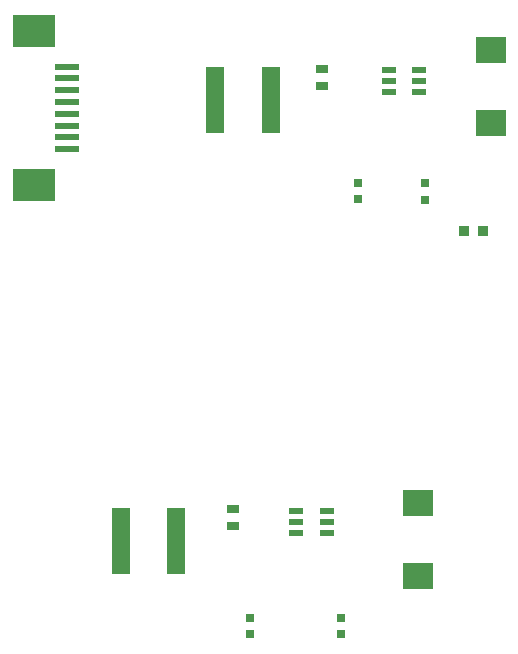
<source format=gbp>
G04*
G04 #@! TF.GenerationSoftware,Altium Limited,Altium Designer,22.9.1 (49)*
G04*
G04 Layer_Color=128*
%FSLAX25Y25*%
%MOIN*%
G70*
G04*
G04 #@! TF.SameCoordinates,714AFEBF-1B90-43D1-B325-1FA160A26AE1*
G04*
G04*
G04 #@! TF.FilePolarity,Positive*
G04*
G01*
G75*
%ADD14R,0.03543X0.03740*%
%ADD40R,0.09843X0.09055*%
%ADD41R,0.07874X0.02402*%
%ADD42R,0.14173X0.10551*%
%ADD43R,0.02756X0.02756*%
%ADD44R,0.04528X0.02362*%
%ADD45R,0.06299X0.22441*%
%ADD46R,0.03898X0.03071*%
D14*
X162350Y185000D02*
D03*
X168650D02*
D03*
D40*
X147000Y94205D02*
D03*
Y69795D02*
D03*
X171500Y245205D02*
D03*
Y220795D02*
D03*
D41*
X30024Y212169D02*
D03*
Y216106D02*
D03*
Y220043D02*
D03*
Y223980D02*
D03*
Y227917D02*
D03*
Y231854D02*
D03*
Y235791D02*
D03*
Y239728D02*
D03*
D42*
X19000Y200398D02*
D03*
Y251500D02*
D03*
D43*
X91000Y50488D02*
D03*
Y56000D02*
D03*
X121500Y50488D02*
D03*
Y56000D02*
D03*
X127000Y195488D02*
D03*
Y201000D02*
D03*
X149500Y195244D02*
D03*
Y200756D02*
D03*
D44*
X106500Y91740D02*
D03*
Y88000D02*
D03*
Y84260D02*
D03*
X116736D02*
D03*
Y88000D02*
D03*
Y91740D02*
D03*
X137382Y238740D02*
D03*
Y235000D02*
D03*
Y231260D02*
D03*
X147618D02*
D03*
Y235000D02*
D03*
Y238740D02*
D03*
D45*
X66500Y81500D02*
D03*
X47996D02*
D03*
X98000Y228500D02*
D03*
X79496D02*
D03*
D46*
X85500Y86744D02*
D03*
Y92256D02*
D03*
X115000Y233244D02*
D03*
Y238756D02*
D03*
M02*

</source>
